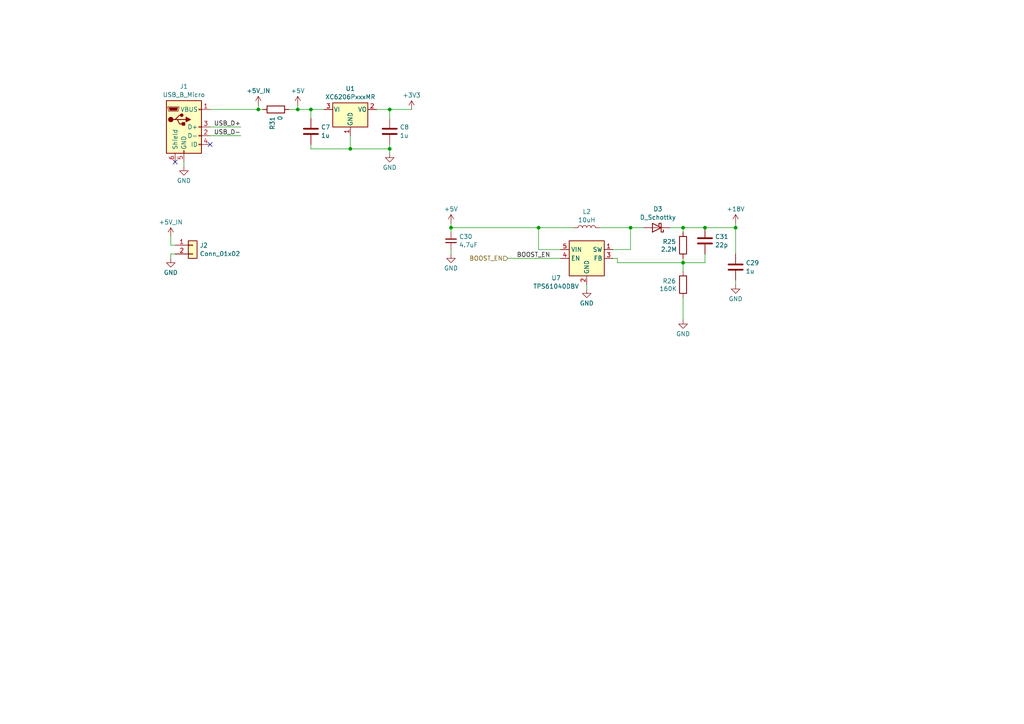
<source format=kicad_sch>
(kicad_sch (version 20250114) (generator "eeschema") (generator_version "9.0")
  (paper "A4")
  (lib_symbols
    (symbol "Connector:USB_B_Micro" (pin_names (offset 1.016))
      (property "Reference" "J" (at -5.08 11.43 0))
      (property "Value" "USB_B_Micro" (at -5.08 8.89 0))
      (symbol "USB_B_Micro_0_1"
        (rectangle (start -5.08 -7.62) (end 5.08 7.62) (stroke (width 0.254)) (fill (type background)))
        (polyline (pts (xy -4.699 5.842) (xy -4.699 5.588) (xy -4.445 4.826) (xy -4.445 4.572) (xy -1.651 4.572) (xy -1.651 4.826) (xy -1.397 5.588) (xy -1.397 5.842) (xy -4.699 5.842)))
        (polyline (pts (xy -4.318 5.588) (xy -1.778 5.588) (xy -2.032 4.826) (xy -4.064 4.826) (xy -4.318 5.588)) (fill (type outline)))
        (circle (center -3.81 2.159) (radius 0.635) (stroke (width 0.254)) (fill (type outline)))
        (polyline (pts (xy -3.175 2.159) (xy -2.54 2.159) (xy -1.27 3.429) (xy -0.635 3.429)) (stroke (width 0.254)))
        (polyline (pts (xy -2.54 2.159) (xy -1.905 2.159) (xy -1.27 0.889) (xy 0 0.889)) (stroke (width 0.254)))
        (polyline (pts (xy -1.905 2.159) (xy 0.635 2.159)) (stroke (width 0.254)))
        (circle (center -0.635 3.429) (radius 0.381) (stroke (width 0.254)) (fill (type outline)))
        (rectangle (start -0.127 -7.62) (end 0.127 -6.858))
        (rectangle (start 0.254 1.27) (end -0.508 0.508) (stroke (width 0.254)) (fill (type outline)))
        (polyline (pts (xy 0.635 2.794) (xy 0.635 1.524) (xy 1.905 2.159) (xy 0.635 2.794)) (stroke (width 0.254)) (fill (type outline)))
        (rectangle (start 5.08 4.953) (end 4.318 5.207))
        (rectangle (start 5.08 -0.127) (end 4.318 0.127))
        (rectangle (start 5.08 -2.667) (end 4.318 -2.413))
        (rectangle (start 5.08 -5.207) (end 4.318 -4.953))
      )
      (symbol "USB_B_Micro_1_1"
        (pin passive line (at -2.54 -10.16 90) (length 2.54) (name "Shield") (number "6"))
        (pin power_out line (at 0 -10.16 90) (length 2.54) (name "GND") (number "5"))
        (pin power_out line (at 7.62 5.08 180) (length 2.54) (name "VBUS") (number "1"))
        (pin bidirectional line (at 7.62 0 180) (length 2.54) (name "D+") (number "3"))
        (pin bidirectional line (at 7.62 -2.54 180) (length 2.54) (name "D-") (number "2"))
        (pin passive line (at 7.62 -5.08 180) (length 2.54) (name "ID") (number "4"))
      )
    )
    (symbol "Connector_Generic:Conn_01x02" (pin_names (offset 1.016) (hide yes))
      (property "Reference" "J" (at 0 2.54 0))
      (property "Value" "Conn_01x02" (at 0 -5.08 0))
      (symbol "Conn_01x02_1_1"
        (rectangle (start -1.27 1.27) (end 1.27 -3.81) (stroke (width 0.254)) (fill (type background)))
        (rectangle (start -1.27 0.127) (end 0 -0.127) (stroke (width 0.1524)))
        (rectangle (start -1.27 -2.413) (end 0 -2.667) (stroke (width 0.1524)))
        (pin passive line (at -5.08 0 0) (length 3.81) (name "Pin_1") (number "1"))
        (pin passive line (at -5.08 -2.54 0) (length 3.81) (name "Pin_2") (number "2"))
      )
    )
    (symbol "Device:C" (pin_numbers (hide yes)) (pin_names (offset 0.254))
      (property "Reference" "C" (at 0.635 2.54 0))
      (property "Value" "C" (at 0.635 -2.54 0))
      (symbol "C_0_1"
        (polyline (pts (xy -2.032 0.762) (xy 2.032 0.762)) (stroke (width 0.508)))
        (polyline (pts (xy -2.032 -0.762) (xy 2.032 -0.762)) (stroke (width 0.508)))
      )
      (symbol "C_1_1"
        (pin passive line (at 0 3.81 270) (length 2.794) (name "~") (number "1"))
        (pin passive line (at 0 -3.81 90) (length 2.794) (name "~") (number "2"))
      )
    )
    (symbol "Device:C_Small" (pin_numbers (hide yes)) (pin_names (offset 0.254) (hide yes))
      (property "Reference" "C" (at 0.254 1.778 0))
      (property "Value" "C_Small" (at 0.254 -2.032 0))
      (symbol "C_Small_0_1"
        (polyline (pts (xy -1.524 0.508) (xy 1.524 0.508)) (stroke (width 0.3048)))
        (polyline (pts (xy -1.524 -0.508) (xy 1.524 -0.508)) (stroke (width 0.3302)))
      )
      (symbol "C_Small_1_1"
        (pin passive line (at 0 2.54 270) (length 2.032) (name "~") (number "1"))
        (pin passive line (at 0 -2.54 90) (length 2.032) (name "~") (number "2"))
      )
    )
    (symbol "Device:D_Schottky" (pin_numbers (hide yes)) (pin_names (offset 1.016) (hide yes))
      (property "Reference" "D" (at 0 2.54 0))
      (property "Value" "D_Schottky" (at 0 -2.54 0))
      (symbol "D_Schottky_0_1"
        (polyline (pts (xy -1.905 0.635) (xy -1.905 1.27) (xy -1.27 1.27) (xy -1.27 -1.27) (xy -0.635 -1.27) (xy -0.635 -0.635)) (stroke (width 0.254)))
        (polyline (pts (xy 1.27 1.27) (xy 1.27 -1.27) (xy -1.27 0) (xy 1.27 1.27)) (stroke (width 0.254)))
        (polyline (pts (xy 1.27 0) (xy -1.27 0)))
      )
      (symbol "D_Schottky_1_1"
        (pin passive line (at -3.81 0 0) (length 2.54) (name "K") (number "1"))
        (pin passive line (at 3.81 0 180) (length 2.54) (name "A") (number "2"))
      )
    )
    (symbol "Device:L" (pin_numbers (hide yes)) (pin_names (offset 1.016) (hide yes))
      (property "Reference" "L" (at -1.27 0 90))
      (property "Value" "L" (at 1.905 0 90))
      (symbol "L_0_1"
        (arc (start 0 2.54) (mid 0.6323 1.905) (end 0 1.27))
        (arc (start 0 1.27) (mid 0.6323 0.635) (end 0 0))
        (arc (start 0 0) (mid 0.6323 -0.635) (end 0 -1.27))
        (arc (start 0 -1.27) (mid 0.6323 -1.905) (end 0 -2.54))
      )
      (symbol "L_1_1"
        (pin passive line (at 0 3.81 270) (length 1.27) (name "1") (number "1"))
        (pin passive line (at 0 -3.81 90) (length 1.27) (name "2") (number "2"))
      )
    )
    (symbol "Device:R" (pin_numbers (hide yes)) (pin_names (offset 0))
      (property "Reference" "R" (at 2.032 0 90))
      (property "Value" "R" (at 0 0 90))
      (symbol "R_0_1"
        (rectangle (start -1.016 -2.54) (end 1.016 2.54) (stroke (width 0.254)))
      )
      (symbol "R_1_1"
        (pin passive line (at 0 3.81 270) (length 1.27) (name "~") (number "1"))
        (pin passive line (at 0 -3.81 90) (length 1.27) (name "~") (number "2"))
      )
    )
    (symbol "Regulator_Linear:XC6206PxxxMR" (pin_names (offset 0.254))
      (property "Reference" "U" (at -3.81 3.175 0))
      (property "Value" "XC6206PxxxMR" (at 0 3.175 0))
      (symbol "XC6206PxxxMR_0_1"
        (rectangle (start -5.08 1.905) (end 5.08 -5.08) (stroke (width 0.254)) (fill (type background)))
      )
      (symbol "XC6206PxxxMR_1_1"
        (pin power_in line (at -7.62 0 0) (length 2.54) (name "VI") (number "3"))
        (pin power_in line (at 0 -7.62 90) (length 2.54) (name "GND") (number "1"))
        (pin power_out line (at 7.62 0 180) (length 2.54) (name "VO") (number "2"))
      )
    )
    (symbol "Regulator_Switching:TPS61040DBV"
      (property "Reference" "U" (at -5.08 6.35 0))
      (property "Value" "TPS61040DBV" (at 0 6.35 0))
      (symbol "TPS61040DBV_0_1"
        (rectangle (start -5.08 5.08) (end 5.08 -5.08) (stroke (width 0.254)) (fill (type background)))
      )
      (symbol "TPS61040DBV_1_1"
        (pin power_in line (at -7.62 2.54 0) (length 2.54) (name "VIN") (number "5"))
        (pin input line (at -7.62 0 0) (length 2.54) (name "EN") (number "4"))
        (pin power_in line (at 0 -7.62 90) (length 2.54) (name "GND") (number "2"))
        (pin power_out line (at 7.62 2.54 180) (length 2.54) (name "SW") (number "1"))
        (pin input line (at 7.62 0 180) (length 2.54) (name "FB") (number "3"))
      )
    )
    (symbol "power:+3V3" (power) (pin_names (offset 0))
      (property "Value" "+3V3" (at 0 3.556 0))
      (symbol "+3V3_0_1"
        (polyline (pts (xy -0.762 1.27) (xy 0 2.54)))
        (polyline (pts (xy 0 2.54) (xy 0.762 1.27)))
        (polyline (pts (xy 0 0) (xy 0 2.54)))
      )
      (symbol "+3V3_1_1"
        (pin power_in line (at 0 0 90) (length 0) (hide yes) (name "+3V3") (number "1"))
      )
    )
    (symbol "power:+5V" (power) (pin_names (offset 0))
      (property "Value" "+5V" (at 0 3.556 0))
      (symbol "+5V_0_1"
        (polyline (pts (xy -0.762 1.27) (xy 0 2.54)))
        (polyline (pts (xy 0 2.54) (xy 0.762 1.27)))
        (polyline (pts (xy 0 0) (xy 0 2.54)))
      )
      (symbol "+5V_1_1"
        (pin power_in line (at 0 0 90) (length 0) (hide yes) (name "+5V") (number "1"))
      )
    )
    (symbol "power:GND" (power) (pin_names (offset 0))
      (property "Value" "GND" (at 0 -3.81 0))
      (symbol "GND_0_1"
        (polyline (pts (xy 0 0) (xy 0 -1.27) (xy 1.27 -1.27) (xy 0 -2.54) (xy -1.27 -1.27) (xy 0 -1.27)))
      )
      (symbol "GND_1_1"
        (pin power_in line (at 0 0 270) (length 0) (hide yes) (name "GND") (number "1"))
      )
    )
  )
  (junction (at 130.81 66.04))
  (junction (at 86.36 31.75))
  (junction (at 198.12 76.2))
  (junction (at 182.88 66.04))
  (junction (at 213.36 66.04))
  (junction (at 113.03 43.18))
  (junction (at 198.12 66.04))
  (junction (at 90.17 31.75))
  (junction (at 113.03 31.75))
  (junction (at 156.21 66.04))
  (junction (at 74.93 31.75))
  (junction (at 101.6 43.18))
  (junction (at 204.47 66.04))
  (no_connect (at 50.8 46.99))
  (no_connect (at 60.96 41.91))
  (wire (pts (xy 74.93 31.75) (xy 76.2 31.75)))
  (wire (pts (xy 198.12 76.2) (xy 204.47 76.2)))
  (wire (pts (xy 60.96 31.75) (xy 74.93 31.75)))
  (wire (pts (xy 49.53 73.66) (xy 50.8 73.66)))
  (wire (pts (xy 109.22 31.75) (xy 113.03 31.75)))
  (wire (pts (xy 74.93 30.48) (xy 74.93 31.75)))
  (wire (pts (xy 166.37 66.04) (xy 156.21 66.04)))
  (wire (pts (xy 130.81 66.04) (xy 156.21 66.04)))
  (wire (pts (xy 182.88 72.39) (xy 177.8 72.39)))
  (wire (pts (xy 213.36 81.28) (xy 213.36 82.55)))
  (wire (pts (xy 182.88 66.04) (xy 182.88 72.39)))
  (wire (pts (xy 86.36 30.48) (xy 86.36 31.75)))
  (wire (pts (xy 113.03 43.18) (xy 113.03 41.91)))
  (wire (pts (xy 213.36 64.77) (xy 213.36 66.04)))
  (wire (pts (xy 101.6 39.37) (xy 101.6 43.18)))
  (wire (pts (xy 60.96 39.37) (xy 69.85 39.37)))
  (wire (pts (xy 90.17 31.75) (xy 90.17 34.29)))
  (wire (pts (xy 113.03 31.75) (xy 113.03 34.29)))
  (wire (pts (xy 179.07 76.2) (xy 198.12 76.2)))
  (wire (pts (xy 204.47 76.2) (xy 204.47 73.66)))
  (wire (pts (xy 130.81 67.31) (xy 130.81 66.04)))
  (wire (pts (xy 147.32 74.93) (xy 162.56 74.93)))
  (wire (pts (xy 198.12 66.04) (xy 204.47 66.04)))
  (wire (pts (xy 198.12 74.93) (xy 198.12 76.2)))
  (wire (pts (xy 90.17 41.91) (xy 90.17 43.18)))
  (wire (pts (xy 170.18 82.55) (xy 170.18 83.82)))
  (wire (pts (xy 194.31 66.04) (xy 198.12 66.04)))
  (wire (pts (xy 198.12 76.2) (xy 198.12 78.74)))
  (wire (pts (xy 213.36 73.66) (xy 213.36 66.04)))
  (wire (pts (xy 130.81 64.77) (xy 130.81 66.04)))
  (wire (pts (xy 49.53 74.93) (xy 49.53 73.66)))
  (wire (pts (xy 90.17 31.75) (xy 93.98 31.75)))
  (wire (pts (xy 101.6 43.18) (xy 113.03 43.18)))
  (wire (pts (xy 49.53 71.12) (xy 50.8 71.12)))
  (wire (pts (xy 156.21 72.39) (xy 162.56 72.39)))
  (wire (pts (xy 53.34 48.26) (xy 53.34 46.99)))
  (wire (pts (xy 113.03 43.18) (xy 113.03 44.45)))
  (wire (pts (xy 179.07 74.93) (xy 179.07 76.2)))
  (wire (pts (xy 156.21 66.04) (xy 156.21 72.39)))
  (wire (pts (xy 130.81 72.39) (xy 130.81 73.66)))
  (wire (pts (xy 119.38 31.75) (xy 113.03 31.75)))
  (wire (pts (xy 86.36 31.75) (xy 90.17 31.75)))
  (wire (pts (xy 186.69 66.04) (xy 182.88 66.04)))
  (wire (pts (xy 90.17 43.18) (xy 101.6 43.18)))
  (wire (pts (xy 173.99 66.04) (xy 182.88 66.04)))
  (wire (pts (xy 198.12 66.04) (xy 198.12 67.31)))
  (wire (pts (xy 83.82 31.75) (xy 86.36 31.75)))
  (wire (pts (xy 213.36 66.04) (xy 204.47 66.04)))
  (wire (pts (xy 60.96 36.83) (xy 69.85 36.83)))
  (wire (pts (xy 49.53 68.58) (xy 49.53 71.12)))
  (wire (pts (xy 198.12 86.36) (xy 198.12 92.71)))
  (wire (pts (xy 179.07 74.93) (xy 177.8 74.93)))
  (label "USB_D-" (at 69.85 39.37 180))
  (label "BOOST_EN" (at 149.86 74.93 0))
  (label "USB_D+" (at 69.85 36.83 180))
  (hierarchical_label "BOOST_EN" (shape input) (at 147.32 74.93 180))
  (symbol (lib_id "power:+5V") (at 86.36 30.48 0) (unit 1)
    (property "Reference" "#PWR072" (effects (hide yes)))
    (property "Value" "+5V" (at 86.36 26.3469 0))
  )
  (symbol (lib_id "Device:D_Schottky") (at 190.5 66.04 180) (unit 1)
    (property "Reference" "D3" (at 190.8175 60.6255 0))
    (property "Value" "D_Schottky" (at 190.8175 63.0498 0))
    (property "Footprint" "Diode_SMD:D_SOD-323" (effects (hide yes)))
    (property "LCSC" "C191023" (effects (hide yes)))
  )
  (symbol (lib_id "power:GND") (at 130.81 73.66 0) (unit 1)
    (property "Reference" "#PWR059" (effects (hide yes)))
    (property "Value" "GND" (at 130.81 77.7931 0))
    (property "Description" "Power symbol creates a global label with name \"GND\" , ground" (effects (hide yes)))
  )
  (symbol (lib_id "Regulator_Switching:TPS61040DBV") (at 170.18 74.93 0) (unit 1)
    (property "Reference" "U7" (at 161.29 80.6337 0))
    (property "Value" "TPS61040DBV" (at 161.29 83.058 0))
    (property "Footprint" "Package_TO_SOT_SMD:SOT-23-5" (effects (hide yes)))
    (property "Datasheet" "http://www.ti.com/lit/ds/symlink/tps61040.pdf" (effects (hide yes)))
    (property "Description" "Synchronous Boost Regulator, Adjustable Output up to 28V, 400 mA Switch Current Limit, SOT-23-5" (effects (hide yes)))
    (property "LCSC" "C7722" (effects (hide yes)))
  )
  (symbol (lib_id "Device:C") (at 204.47 69.85 0) (unit 1)
    (property "Reference" "C31" (at 207.391 68.6378 0) (effects (justify left)))
    (property "Value" "22p" (at 207.391 71.0621 0) (effects (justify left)))
    (property "Footprint" "Capacitor_SMD:C_0603_1608Metric" (effects (hide yes)))
    (property "LCSC" "C1653" (effects (hide yes)))
  )
  (symbol (lib_id "power:GND") (at 49.53 74.93 0) (unit 1)
    (property "Reference" "#PWR010" (effects (hide yes)))
    (property "Value" "GND" (at 49.53 79.0631 0))
  )
  (symbol (lib_id "Device:C") (at 90.17 38.1 0) (unit 1)
    (property "Reference" "C7" (at 93.091 36.8879 0) (effects (justify left)))
    (property "Value" "1u" (at 93.091 39.3121 0) (effects (justify left)))
    (property "Footprint" "Capacitor_SMD:C_0402_1005Metric" (effects (hide yes)))
    (property "LCSC" "C52923" (effects (hide yes)))
  )
  (symbol (lib_id "power:GND") (at 170.18 83.82 0) (mirror y) (unit 1)
    (property "Reference" "#PWR057" (effects (hide yes)))
    (property "Value" "GND" (at 170.18 87.9531 0))
    (property "Description" "Power symbol creates a global label with name \"GND\" , ground" (effects (hide yes)))
  )
  (symbol (lib_id "power:GND") (at 113.03 44.45 0) (unit 1)
    (property "Reference" "#PWR05" (effects (hide yes)))
    (property "Value" "GND" (at 113.03 48.5831 0))
  )
  (symbol (lib_id "Regulator_Linear:XC6206PxxxMR") (at 101.6 31.75 0) (unit 1)
    (property "Reference" "U1" (at 101.6 25.7007 0))
    (property "Value" "XC6206PxxxMR" (at 101.6 28.1249 0))
    (property "Footprint" "Package_TO_SOT_SMD:SOT-23-3" (effects (hide yes)))
    (property "Datasheet" "https://www.torexsemi.com/file/xc6206/XC6206.pdf" (effects (hide yes)))
    (property "LCSC" "C5446" (effects (hide yes)))
  )
  (symbol (lib_id "power:+5V") (at 130.81 64.77 0) (unit 1)
    (property "Reference" "#PWR060" (effects (hide yes)))
    (property "Value" "+5V" (at 130.81 60.6369 0))
  )
  (symbol (lib_id "Device:R") (at 80.01 31.75 90) (mirror x) (unit 1)
    (property "Reference" "R31" (at 78.994 33.782 0) (effects (justify left)))
    (property "Value" "0" (at 81.2221 33.528 0) (effects (justify left)))
    (property "Footprint" "Resistor_SMD:R_0603_1608Metric" (effects (hide yes)))
    (property "LCSC" "C21189" (effects (hide yes)))
  )
  (symbol (lib_id "power:+3V3") (at 119.38 31.75 0) (unit 1)
    (property "Reference" "#PWR03" (effects (hide yes)))
    (property "Value" "+3V3" (at 119.38 27.6169 0))
  )
  (symbol (lib_id "Device:C") (at 213.36 77.47 0) (unit 1)
    (property "Reference" "C29" (at 216.281 76.2579 0) (effects (justify left)))
    (property "Value" "1u" (at 216.281 78.6821 0) (effects (justify left)))
    (property "Footprint" "Capacitor_SMD:C_0603_1608Metric" (effects (hide yes)))
    (property "LCSC" "C15849" (effects (hide yes)))
  )
  (symbol (lib_id "power:+5V") (at 74.93 30.48 0) (unit 1)
    (property "Reference" "#PWR02" (effects (hide yes)))
    (property "Value" "+5V_IN" (at 74.93 26.3469 0))
  )
  (symbol (lib_id "Device:L") (at 170.18 66.04 90) (unit 1)
    (property "Reference" "L2" (at 170.18 61.3902 90))
    (property "Value" "10uH" (at 170.18 63.8145 90))
    (property "Footprint" "Inductor_SMD:L_1206_3216Metric" (effects (hide yes)))
    (property "Description" "Inductor" (effects (hide yes)))
    (property "LCSC" "C1051" (effects (hide yes)))
  )
  (symbol (lib_id "Device:R") (at 198.12 82.55 0) (mirror y) (unit 1)
    (property "Reference" "R26" (at 196.088 81.534 0) (effects (justify left)))
    (property "Value" "160K" (at 196.342 83.7621 0) (effects (justify left)))
    (property "Footprint" "Resistor_SMD:R_0603_1608Metric" (effects (hide yes)))
    (property "LCSC" "C22813" (effects (hide yes)))
  )
  (symbol (lib_id "power:GND") (at 198.12 92.71 0) (mirror y) (unit 1)
    (property "Reference" "#PWR061" (effects (hide yes)))
    (property "Value" "GND" (at 198.12 96.8431 0))
    (property "Description" "Power symbol creates a global label with name \"GND\" , ground" (effects (hide yes)))
  )
  (symbol (lib_id "Connector_Generic:Conn_01x02") (at 55.88 71.12 0) (unit 1)
    (property "Reference" "J2" (at 57.912 71.1779 0) (effects (justify left)))
    (property "Value" "Conn_01x02" (at 57.912 73.6021 0) (effects (justify left)))
    (property "Footprint" "Connector_PinSocket_2.54mm:PinSocket_1x02_P2.54mm_Vertical" (effects (hide yes)))
  )
  (symbol (lib_id "power:GND") (at 53.34 48.26 0) (unit 1)
    (property "Reference" "#PWR06" (effects (hide yes)))
    (property "Value" "GND" (at 53.34 52.3931 0))
  )
  (symbol (lib_id "power:+5V") (at 49.53 68.58 0) (unit 1)
    (property "Reference" "#PWR08" (effects (hide yes)))
    (property "Value" "+5V_IN" (at 49.53 64.4469 0))
  )
  (symbol (lib_id "Device:R") (at 198.12 71.12 0) (mirror y) (unit 1)
    (property "Reference" "R25" (at 196.088 70.104 0) (effects (justify left)))
    (property "Value" "2.2M" (at 196.342 72.3321 0) (effects (justify left)))
    (property "Footprint" "Resistor_SMD:R_0603_1608Metric" (effects (hide yes)))
    (property "LCSC" "C22938" (effects (hide yes)))
  )
  (symbol (lib_id "Connector:USB_B_Micro") (at 53.34 36.83 0) (unit 1)
    (property "Reference" "J1" (at 53.34 25.0657 0))
    (property "Value" "USB_B_Micro" (at 53.34 27.4899 0))
    (property "Footprint" "Connector_USB:USB_Micro-B_Molex-105017-0001" (effects (hide yes)))
    (property "LCSC" "C505111" (effects (hide yes)))
  )
  (symbol (lib_id "power:+5V") (at 213.36 64.77 0) (unit 1)
    (property "Reference" "#PWR062" (effects (hide yes)))
    (property "Value" "+18V" (at 213.36 60.6369 0))
  )
  (symbol (lib_id "Device:C_Small") (at 130.81 69.85 180) (unit 1)
    (property "Reference" "C30" (at 133.1341 68.6315 0) (effects (justify right)))
    (property "Value" "4.7uF" (at 133.1341 71.0557 0) (effects (justify right)))
    (property "Footprint" "Capacitor_SMD:C_0603_1608Metric" (effects (hide yes)))
    (property "LCSC" "C19666" (effects (hide yes)))
  )
  (symbol (lib_id "power:GND") (at 213.36 82.55 0) (mirror y) (unit 1)
    (property "Reference" "#PWR058" (effects (hide yes)))
    (property "Value" "GND" (at 213.36 86.6831 0))
    (property "Description" "Power symbol creates a global label with name \"GND\" , ground" (effects (hide yes)))
  )
  (symbol (lib_id "Device:C") (at 113.03 38.1 0) (unit 1)
    (property "Reference" "C8" (at 115.951 36.8879 0) (effects (justify left)))
    (property "Value" "1u" (at 115.951 39.3121 0) (effects (justify left)))
    (property "Footprint" "Capacitor_SMD:C_0402_1005Metric" (effects (hide yes)))
    (property "LCSC" "C52923" (effects (hide yes)))
  )
)
</source>
